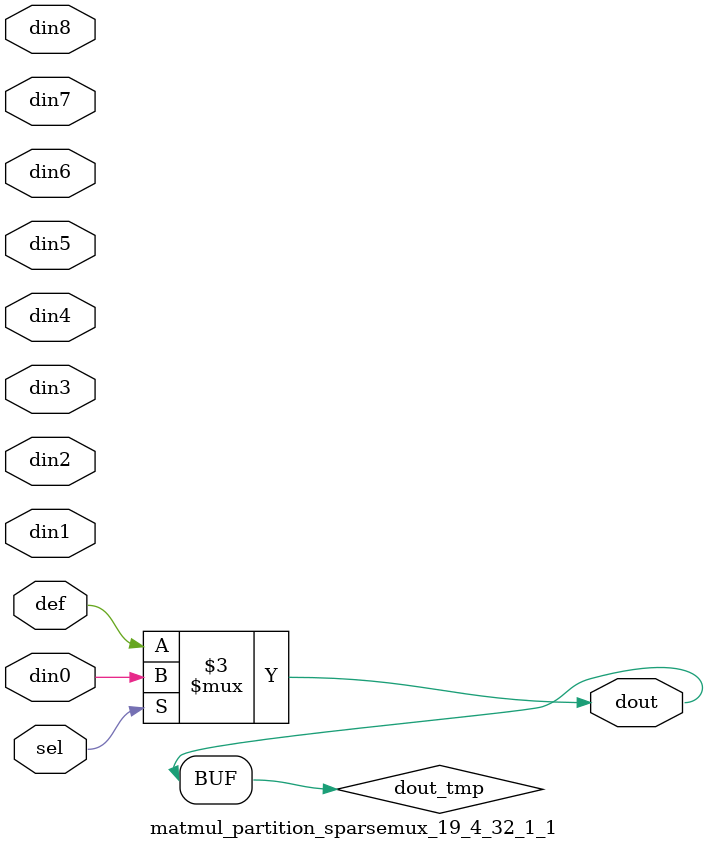
<source format=v>
`timescale 1ns / 1ps

module matmul_partition_sparsemux_19_4_32_1_1 (din0,din1,din2,din3,din4,din5,din6,din7,din8,def,sel,dout);

parameter din0_WIDTH = 1;

parameter din1_WIDTH = 1;

parameter din2_WIDTH = 1;

parameter din3_WIDTH = 1;

parameter din4_WIDTH = 1;

parameter din5_WIDTH = 1;

parameter din6_WIDTH = 1;

parameter din7_WIDTH = 1;

parameter din8_WIDTH = 1;

parameter def_WIDTH = 1;
parameter sel_WIDTH = 1;
parameter dout_WIDTH = 1;

parameter [sel_WIDTH-1:0] CASE0 = 1;

parameter [sel_WIDTH-1:0] CASE1 = 1;

parameter [sel_WIDTH-1:0] CASE2 = 1;

parameter [sel_WIDTH-1:0] CASE3 = 1;

parameter [sel_WIDTH-1:0] CASE4 = 1;

parameter [sel_WIDTH-1:0] CASE5 = 1;

parameter [sel_WIDTH-1:0] CASE6 = 1;

parameter [sel_WIDTH-1:0] CASE7 = 1;

parameter [sel_WIDTH-1:0] CASE8 = 1;

parameter ID = 1;
parameter NUM_STAGE = 1;



input [din0_WIDTH-1:0] din0;

input [din1_WIDTH-1:0] din1;

input [din2_WIDTH-1:0] din2;

input [din3_WIDTH-1:0] din3;

input [din4_WIDTH-1:0] din4;

input [din5_WIDTH-1:0] din5;

input [din6_WIDTH-1:0] din6;

input [din7_WIDTH-1:0] din7;

input [din8_WIDTH-1:0] din8;

input [def_WIDTH-1:0] def;
input [sel_WIDTH-1:0] sel;

output [dout_WIDTH-1:0] dout;



reg [dout_WIDTH-1:0] dout_tmp;


always @ (*) begin
(* parallel_case *) case (sel)
    
    CASE0 : dout_tmp = din0;
    
    CASE1 : dout_tmp = din1;
    
    CASE2 : dout_tmp = din2;
    
    CASE3 : dout_tmp = din3;
    
    CASE4 : dout_tmp = din4;
    
    CASE5 : dout_tmp = din5;
    
    CASE6 : dout_tmp = din6;
    
    CASE7 : dout_tmp = din7;
    
    CASE8 : dout_tmp = din8;
    
    default : dout_tmp = def;
endcase
end


assign dout = dout_tmp;



endmodule

</source>
